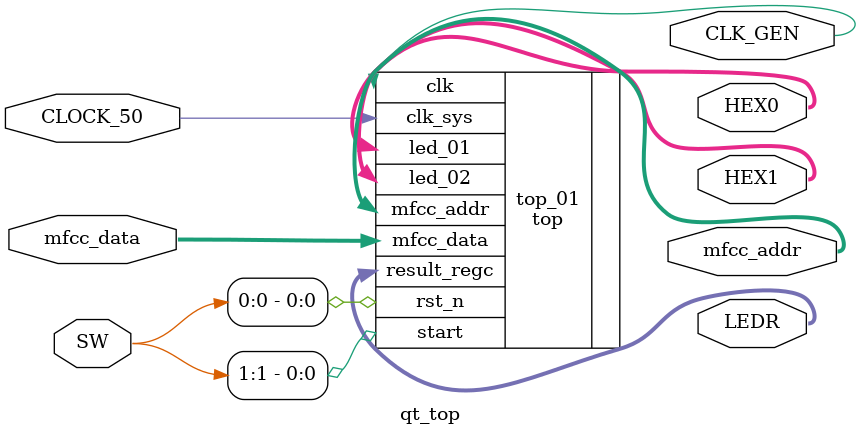
<source format=v>
module qt_top(CLOCK_50, CLK_GEN, SW, HEX0, HEX1, LEDR, mfcc_data, mfcc_addr);
//parameter
//input
input CLOCK_50;
input [1:0] SW;
input [31:0] mfcc_data;

//output
output [6:0] HEX0;
output [6:0] HEX1;
wire [6:0] HEX0;
wire [6:0] HEX1;
output [17:0] LEDR;
wire  [17:0] LEDR;
output [6:0] mfcc_addr;
wire [6:0] mfcc_addr;
output CLK_GEN;
wire CLK_GEN;
//internal signal

//main function
top top_01 (  .clk_sys(CLOCK_50)
            , .rst_n(SW[0])
            , .start(SW[1])
			, .clk(CLK_GEN)
	    , .mfcc_data (mfcc_data)
            , .led_01(HEX0)
	    , .led_02(HEX1)
	    , .result_regc(LEDR)
	    , .mfcc_addr(mfcc_addr) 
			);
endmodule 
</source>
